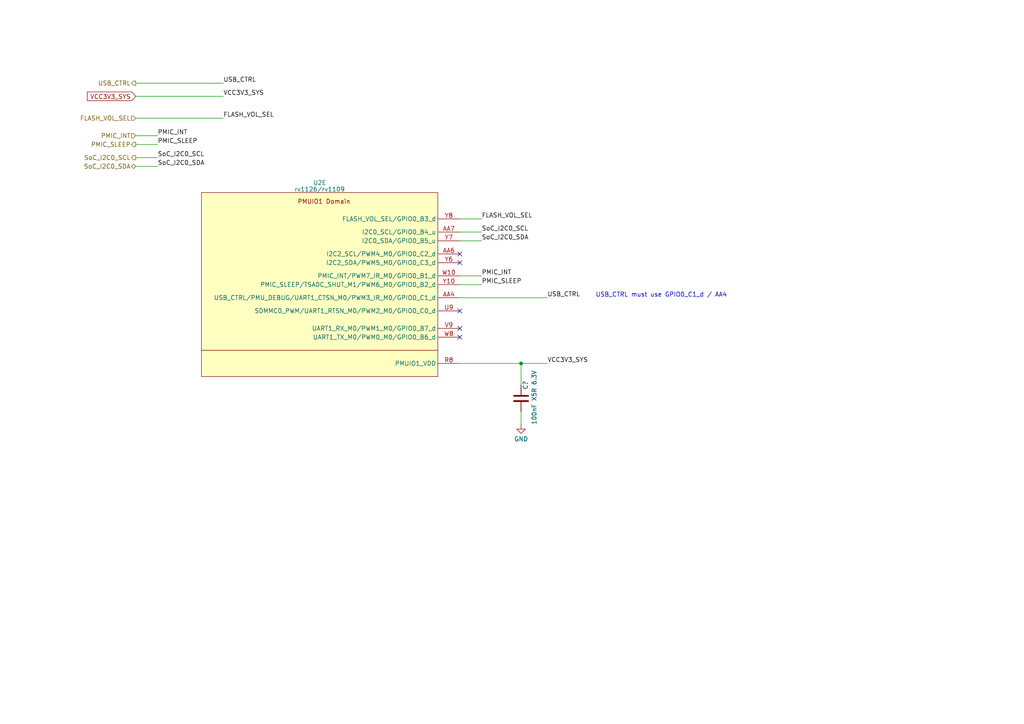
<source format=kicad_sch>
(kicad_sch (version 20231120) (generator "eeschema") (generator_version "7.99")
  (paper "A4")
  (title_block (title "Leaf RV1126") (date "2023-06-07") (company "Yang Hongbo") (comment 1 "License: CC BY-SA"))
  (lib_symbols
    (symbol "Device:C" (pin_numbers hide) (pin_names (offset 0.254))
      (property "Reference" "C" (at 0.635 2.54 0))
      (property "Value" "C" (at 0.635 -2.54 0))
      (symbol "C_1_1"
        (pin passive line (at 0 3.81 270) (length 2.794) (name "~") (number "1"))
        (pin passive line (at 0 -3.81 90) (length 2.794) (name "~") (number "2"))
      )
    )
    (symbol "IotPi_CPU_Rockchip:rv1126_rv1109"
      (property "Reference" "U" (at -10.16 33.02 0))
      (property "Value" "rv1126/rv1109" (at 3.81 33.02 0))
      (symbol "rv1126_rv1109_1_1"
        (text "ARM/LOGIC/VEPU/NPU Power" (at -1.27 29.21 0) (effects (font (size 1.27 1.27))))
        (text "Supply for VCCIO1~7 Power" (at -3.81 -29.21 0) (effects (font (size 1.27 1.27))))
        (pin power_in line (at 22.86 -11.43 180) (length 6.35) (name "NPU_VDD_1") (number "H11"))
        (pin power_in line (at 22.86 -13.97 180) (length 6.35) (name "NPU_VDD_2") (number "H12"))
        (pin power_in line (at 22.86 13.97 180) (length 6.35) (name "LOGIC_VDD_2") (number "H13"))
        (pin power_in line (at 22.86 -33.02 180) (length 6.35) (name "VCCIO_VDD_1V8") (number "H14"))
        (pin power_in line (at 22.86 16.51 180) (length 6.35) (name "LOGIC_VDD_1") (number "H9"))
        (pin power_in line (at 22.86 -16.51 180) (length 6.35) (name "NPU_VDD_3") (number "J10"))
        (pin power_in line (at 22.86 -19.05 180) (length 6.35) (name "NPU_VDD_4") (number "J11"))
        (pin power_in line (at 22.86 8.89 180) (length 6.35) (name "LOGIC_VDD_4") (number "J13"))
        (pin power_in line (at 22.86 11.43 180) (length 6.35) (name "LOGIC_VDD_3") (number "J9"))
        (pin power_in line (at 22.86 -21.59 180) (length 6.35) (name "NPU_VDD_5") (number "K10"))
        (pin power_in line (at 22.86 -24.13 180) (length 6.35) (name "NPU_VDD_6") (number "K11"))
        (pin power_in line (at 22.86 6.35 180) (length 6.35) (name "LOGIC_VDD_5") (number "L10"))
        (pin power_in line (at 22.86 0 180) (length 6.35) (name "VEPU_VDD_1") (number "L9"))
        (pin power_in line (at 22.86 3.81 180) (length 6.35) (name "LOGIC_VDD_6") (number "M11"))
        (pin power_in line (at 22.86 -2.54 180) (length 6.35) (name "VEPU_VDD_2") (number "M9"))
        (pin power_in line (at 22.86 25.4 180) (length 6.35) (name "ARM_VDD_1") (number "N12"))
        (pin power_in line (at 22.86 -5.08 180) (length 6.35) (name "VEPU_VDD_3") (number "N8"))
        (pin power_in line (at 22.86 -7.62 180) (length 6.35) (name "VEPU_VDD_4") (number "N9"))
        (pin power_in line (at 22.86 22.86 180) (length 6.35) (name "ARM_VDD_2") (number "P12"))
        (pin power_in line (at 22.86 20.32 180) (length 6.35) (name "ARM_VDD_3") (number "P13"))
      )
      (symbol "rv1126_rv1109_2_1"
        (text "VSS/AVSS" (at 0 24.13 0) (effects (font (size 1.27 1.27))))
        (pin power_in line (at -25.4 27.94 0) (length 6.35) (name "VSS_1") (number "A1"))
        (pin power_in line (at 25.4 -97.79 180) (length 6.35) (name "AVSS_1") (number "A21"))
        (pin power_in line (at 25.4 -88.9 180) (length 6.35) (name "VSS_95") (number "AA1"))
        (pin power_in line (at 25.4 -91.44 180) (length 6.35) (name "VSS_96") (number "AA10"))
        (pin power_in line (at 25.4 -93.98 180) (length 6.35) (name "VSS_97") (number "AA21"))
        (pin power_in line (at -25.4 25.4 0) (length 6.35) (name "VSS_2") (number "B12"))
        (pin power_in line (at -25.4 15.24 0) (length 6.35) (name "VSS_6") (number "C10"))
        (pin power_in line (at -25.4 12.7 0) (length 6.35) (name "VSS_7") (number "C12"))
        (pin power_in line (at -25.4 22.86 0) (length 6.35) (name "VSS_3") (number "C3"))
        (pin power_in line (at -25.4 20.32 0) (length 6.35) (name "VSS_4") (number "C5"))
        (pin power_in line (at -25.4 17.78 0) (length 6.35) (name "VSS_5") (number "C7"))
        (pin power_in line (at -25.4 7.62 0) (length 6.35) (name "VSS_9") (number "D12"))
        (pin power_in line (at 25.4 -100.33 180) (length 6.35) (name "AVSS_2") (number "D18"))
        (pin power_in line (at -25.4 10.16 0) (length 6.35) (name "VSS_8") (number "D9"))
        (pin power_in line (at -25.4 -6.35 0) (length 6.35) (name "VSS_14") (number "E10"))
        (pin power_in line (at -25.4 -8.89 0) (length 6.35) (name "VSS_15") (number "E11"))
        (pin power_in line (at -25.4 -11.43 0) (length 6.35) (name "VSS_16") (number "E12"))
        (pin power_in line (at -25.4 5.08 0) (length 6.35) (name "VSS_10") (number "E4"))
        (pin power_in line (at -25.4 1.27 0) (length 6.35) (name "VSS_11") (number "E6"))
        (pin power_in line (at -25.4 -1.27 0) (length 6.35) (name "VSS_12") (number "E8"))
        (pin power_in line (at -25.4 -3.81 0) (length 6.35) (name "VSS_13") (number "E9"))
        (pin power_in line (at -25.4 -27.94 0) (length 6.35) (name "VSS_22") (number "F10"))
        (pin power_in line (at -25.4 -30.48 0) (length 6.35) (name "VSS_23") (number "F11"))
        (pin power_in line (at -25.4 -33.02 0) (length 6.35) (name "VSS_24") (number "F12"))
        (pin power_in line (at -25.4 -35.56 0) (length 6.35) (name "VSS_25") (number "F13"))
        (pin power_in line (at 25.4 -102.87 180) (length 6.35) (name "AVSS_3") (number "F14"))
        (pin power_in line (at 25.4 -105.41 180) (length 6.35) (name "AVSS_4") (number "F15"))
        (pin power_in line (at -25.4 -13.97 0) (length 6.35) (name "VSS_17") (number "F3"))
        (pin power_in line (at -25.4 -16.51 0) (length 6.35) (name "VSS_18") (number "F5"))
        (pin power_in line (at -25.4 -19.05 0) (length 6.35) (name "VSS_19") (number "F7"))
        (pin power_in line (at -25.4 -21.59 0) (length 6.35) (name "VSS_20") (number "F8"))
        (pin power_in line (at -25.4 -25.4 0) (length 6.35) (name "VSS_21") (number "F9"))
        (pin power_in line (at -25.4 -45.72 0) (length 6.35) (name "VSS_29") (number "G10"))
        (pin power_in line (at -25.4 -48.26 0) (length 6.35) (name "VSS_30") (number "G11"))
        (pin power_in line (at -25.4 -52.07 0) (length 6.35) (name "VSS_31") (number "G12"))
        (pin power_in line (at -25.4 -54.61 0) (length 6.35) (name "VSS_32") (number "G13"))
        (pin power_in line (at 25.4 -107.95 180) (length 6.35) (name "AVSS_5") (number "G16"))
        (pin power_in line (at 25.4 -110.49 180) (length 6.35) (name "AVSS_6") (number "G17"))
        (pin power_in line (at -25.4 -38.1 0) (length 6.35) (name "VSS_26") (number "G2"))
        (pin power_in line (at -25.4 -40.64 0) (length 6.35) (name "VSS_27") (number "G5"))
        (pin power_in line (at -25.4 -43.18 0) (length 6.35) (name "VSS_28") (number "G6"))
        (pin power_in line (at -25.4 -67.31 0) (length 6.35) (name "VSS_37") (number "H10"))
        (pin power_in line (at -25.4 -69.85 0) (length 6.35) (name "VSS_38") (number "H15"))
        (pin power_in line (at -25.4 -57.15 0) (length 6.35) (name "VSS_33") (number "H4"))
        (pin power_in line (at -25.4 -59.69 0) (length 6.35) (name "VSS_34") (number "H5"))
        (pin power_in line (at -25.4 -62.23 0) (length 6.35) (name "VSS_35") (number "H6"))
        (pin power_in line (at -25.4 -64.77 0) (length 6.35) (name "VSS_36") (number "H7"))
        (pin power_in line (at -25.4 -78.74 0) (length 6.35) (name "VSS_41") (number "J12"))
        (pin power_in line (at -25.4 -81.28 0) (length 6.35) (name "VSS_42") (number "J14"))
        (pin power_in line (at -25.4 -83.82 0) (length 6.35) (name "VSS_43") (number "J16"))
        (pin power_in line (at -25.4 -72.39 0) (length 6.35) (name "VSS_39") (number "J5"))
        (pin power_in line (at -25.4 -74.93 0) (length 6.35) (name "VSS_40") (number "J6"))
        (pin power_in line (at -25.4 -96.52 0) (length 6.35) (name "VSS_48") (number "K12"))
        (pin power_in line (at -25.4 -99.06 0) (length 6.35) (name "VSS_49") (number "K13"))
        (pin power_in line (at -25.4 -101.6 0) (length 6.35) (name "VSS_50") (number "K14"))
        (pin power_in line (at -25.4 -86.36 0) (length 6.35) (name "VSS_44") (number "K5"))
        (pin power_in line (at -25.4 -88.9 0) (length 6.35) (name "VSS_45") (number "K6"))
        (pin power_in line (at -25.4 -91.44 0) (length 6.35) (name "VSS_46") (number "K8"))
        (pin power_in line (at -25.4 -93.98 0) (length 6.35) (name "VSS_47") (number "K9"))
        (pin power_in line (at 25.4 20.32 180) (length 6.35) (name "VSS_54") (number "L11"))
        (pin power_in line (at 25.4 17.78 180) (length 6.35) (name "VSS_55") (number "L12"))
        (pin power_in line (at 25.4 15.24 180) (length 6.35) (name "VSS_56") (number "L13"))
        (pin power_in line (at 25.4 12.7 180) (length 6.35) (name "VSS_57") (number "L14"))
        (pin power_in line (at 25.4 10.16 180) (length 6.35) (name "VSS_58") (number "L16"))
        (pin power_in line (at 25.4 27.94 180) (length 6.35) (name "VSS_51") (number "L2"))
        (pin power_in line (at 25.4 25.4 180) (length 6.35) (name "VSS_52") (number "L5"))
        (pin power_in line (at 25.4 22.86 180) (length 6.35) (name "VSS_53") (number "L6"))
        (pin power_in line (at 25.4 -3.81 180) (length 6.35) (name "VSS_63") (number "M10"))
        (pin power_in line (at 25.4 -6.35 180) (length 6.35) (name "VSS_64") (number "M12"))
        (pin power_in line (at 25.4 -8.89 180) (length 6.35) (name "VSS_65") (number "M13"))
        (pin power_in line (at 25.4 -11.43 180) (length 6.35) (name "VSS_66") (number "M14"))
        (pin power_in line (at 25.4 -13.97 180) (length 6.35) (name "VSS_67") (number "M16"))
        (pin power_in line (at 25.4 7.62 180) (length 6.35) (name "VSS_59") (number "M3"))
        (pin power_in line (at 25.4 5.08 180) (length 6.35) (name "VSS_60") (number "M5"))
        (pin power_in line (at 25.4 1.27 180) (length 6.35) (name "VSS_61") (number "M7"))
        (pin power_in line (at 25.4 -1.27 180) (length 6.35) (name "VSS_62") (number "M8"))
        (pin power_in line (at 25.4 -25.4 180) (length 6.35) (name "VSS_71") (number "N10"))
        (pin power_in line (at 25.4 -27.94 180) (length 6.35) (name "VSS_72") (number "N11"))
        (pin power_in line (at 25.4 -30.48 180) (length 6.35) (name "VSS_73") (number "N13"))
        (pin power_in line (at 25.4 -33.02 180) (length 6.35) (name "VSS_74") (number "N14"))
        (pin power_in line (at 25.4 -35.56 180) (length 6.35) (name "VSS_75") (number "N16"))
        (pin power_in line (at 25.4 -16.51 180) (length 6.35) (name "VSS_68") (number "N5"))
        (pin power_in line (at 25.4 -19.05 180) (length 6.35) (name "VSS_69") (number "N6"))
        (pin power_in line (at 25.4 -21.59 180) (length 6.35) (name "VSS_70") (number "N7"))
        (pin power_in line (at 25.4 -48.26 180) (length 6.35) (name "VSS_80") (number "P14"))
        (pin power_in line (at 25.4 -50.8 180) (length 6.35) (name "VSS_81") (number "P16"))
        (pin power_in line (at 25.4 -38.1 180) (length 6.35) (name "VSS_76") (number "P5"))
        (pin power_in line (at 25.4 -40.64 180) (length 6.35) (name "VSS_77") (number "P7"))
        (pin power_in line (at 25.4 -43.18 180) (length 6.35) (name "VSS_78") (number "P8"))
        (pin power_in line (at 25.4 -45.72 180) (length 6.35) (name "VSS_79") (number "P9"))
        (pin power_in line (at 25.4 -54.61 180) (length 6.35) (name "VSS_82") (number "R1"))
        (pin power_in line (at 25.4 -59.69 180) (length 6.35) (name "VSS_84") (number "R12"))
        (pin power_in line (at 25.4 -62.23 180) (length 6.35) (name "VSS_85") (number "R13"))
        (pin power_in line (at 25.4 -64.77 180) (length 6.35) (name "VSS_86") (number "R14"))
        (pin power_in line (at 25.4 -57.15 180) (length 6.35) (name "VSS_83") (number "R5"))
        (pin power_in line (at 25.4 -72.39 180) (length 6.35) (name "VSS_89") (number "T10"))
        (pin power_in line (at 25.4 -74.93 180) (length 6.35) (name "VSS_90") (number "T14"))
        (pin power_in line (at 25.4 -77.47 180) (length 6.35) (name "VSS_91") (number "T17"))
        (pin power_in line (at 25.4 -67.31 180) (length 6.35) (name "VSS_87") (number "T6"))
        (pin power_in line (at 25.4 -69.85 180) (length 6.35) (name "VSS_88") (number "T9"))
        (pin power_in line (at 25.4 -81.28 180) (length 6.35) (name "VSS_92") (number "V17"))
        (pin power_in line (at 25.4 -86.36 180) (length 6.35) (name "VSS_94") (number "W14"))
        (pin power_in line (at 25.4 -83.82 180) (length 6.35) (name "VSS_93") (number "W9"))
      )
      (symbol "rv1126_rv1109_3_1"
        (text "MISC" (at -13.97 2.54 0) (effects (font (size 1.27 1.27)) (justify left)))
        (text "OSC/PLL" (at -13.97 26.67 0) (effects (font (size 1.27 1.27)) (justify left)))
        (text "PMUIO" (at -13.97 11.43 0) (effects (font (size 1.27 1.27)) (justify left)))
        (pin output line (at 21.59 22.86 180) (length 6.35) (name "XIN24M") (number "AA9"))
        (pin power_in line (at 21.59 10.16 180) (length 6.35) (name "PMUIO_VDD_0V8") (number "P10"))
        (pin power_in line (at 21.59 19.05 180) (length 6.35) (name "PLL_AVDD_0V8") (number "P11"))
        (pin power_in line (at 21.59 7.62 180) (length 6.35) (name "PMUIO_VDD_1V8") (number "R10"))
        (pin power_in line (at 21.59 16.51 180) (length 6.35) (name "PLL_AVDD_1V8") (number "R11"))
        (pin power_in line (at 21.59 1.27 180) (length 6.35) (name "TVSS") (number "T8"))
        (pin input line (at 21.59 -2.54 180) (length 6.35) (name "nPOR_u") (number "W7"))
        (pin output line (at 21.59 25.4 180) (length 6.35) (name "XOUT24M") (number "Y9"))
      )
      (symbol "rv1126_rv1109_4_1"
        (text "PMUIO0 Domain" (at 1.27 19.05 0) (effects (font (size 1.27 1.27))))
        (pin bidirectional line (at 33.02 -1.27 180) (length 6.35) (name "SPI0_CS0n_M0/GPIO0_A5_u") (number "AA2"))
        (pin bidirectional line (at 33.02 15.24 180) (length 6.35) (name "CLKI_CLKO_32K/GPIO0_A2_z") (number "AA3"))
        (pin power_in line (at 33.02 -21.59 180) (length 6.35) (name "PMUIO0_VDD") (number "R9"))
        (pin bidirectional line (at 33.02 7.62 180) (length 6.35) (name "SDMMC0_DET/GPIO0_A3_u") (number "U7"))
        (pin bidirectional line (at 33.02 -8.89 180) (length 6.35) (name "SPI0_MOSI_M0/GPIO0_A6_d") (number "V6"))
        (pin bidirectional line (at 33.02 -3.81 180) (length 6.35) (name "SPI0_CS1n_M0/GPIO0_A4_u") (number "V7"))
        (pin bidirectional line (at 33.02 -6.35 180) (length 6.35) (name "SPI0_MISO_M0/GPIO0_A7_d") (number "W5"))
        (pin bidirectional line (at 33.02 12.7 180) (length 6.35) (name "CLK_REF/GPIO0_A0_d") (number "W6"))
        (pin bidirectional line (at 33.02 1.27 180) (length 6.35) (name "SPI0_CLK_M0/GPIO0_B0_d") (number "Y4"))
        (pin bidirectional line (at 33.02 -13.97 180) (length 6.35) (name "TSADC_SHUT_M0/TSADC_SHUTORG/GPIO0_A1_z") (number "Y5"))
      )
      (symbol "rv1126_rv1109_5_1"
        (text "PMUIO1 Domain" (at 0 22.86 0) (effects (font (size 1.27 1.27))))
        (pin bidirectional line (at 39.37 -5.08 180) (length 6.35) (name "USB_CTRL/PMU_DEBUG/UART1_CTSN_M0/PWM3_IR_M0/GPIO0_C1_d") (number "AA4"))
        (pin bidirectional line (at 39.37 7.62 180) (length 6.35) (name "I2C2_SCL/PWM4_M0/GPIO0_C2_d") (number "AA6"))
        (pin bidirectional line (at 39.37 13.97 180) (length 6.35) (name "I2C0_SCL/GPIO0_B4_u") (number "AA7"))
        (pin power_in line (at 39.37 -24.13 180) (length 6.35) (name "PMUIO1_VDD") (number "R8"))
        (pin bidirectional line (at 39.37 -8.89 180) (length 6.35) (name "SDMMC0_PWM/UART1_RTSN_M0/PWM2_M0/GPIO0_C0_d") (number "U9"))
        (pin bidirectional line (at 39.37 -13.97 180) (length 6.35) (name "UART1_RX_M0/PWM1_M0/GPIO0_B7_d") (number "V9"))
        (pin bidirectional line (at 39.37 1.27 180) (length 6.35) (name "PMIC_INT/PWM7_IR_M0/GPIO0_B1_d") (number "W10"))
        (pin bidirectional line (at 39.37 -16.51 180) (length 6.35) (name "UART1_TX_M0/PWM0_M0/GPIO0_B6_d") (number "W8"))
        (pin bidirectional line (at 39.37 -1.27 180) (length 6.35) (name "PMIC_SLEEP/TSADC_SHUT_M1/PWM6_M0/GPIO0_B2_d") (number "Y10"))
        (pin bidirectional line (at 39.37 5.08 180) (length 6.35) (name "I2C2_SDA/PWM5_M0/GPIO0_C3_d") (number "Y6"))
        (pin bidirectional line (at 39.37 11.43 180) (length 6.35) (name "I2C0_SDA/GPIO0_B5_u") (number "Y7"))
        (pin bidirectional line (at 39.37 17.78 180) (length 6.35) (name "FLASH_VOL_SEL/GPIO0_B3_d") (number "Y8"))
      )
      (symbol "rv1126_rv1109_6_1"
        (text "VCCIO1 Domain" (at -1.27 21.59 0) (effects (font (size 1.27 1.27))))
        (pin power_in line (at 33.02 -27.94 180) (length 6.35) (name "VCCIO1_VDD") (number "P6"))
        (pin bidirectional line (at 33.02 -12.7 180) (length 6.35) (name "FLASH_RDYn/FSPI_D1/I2S1_SCLK_M0/GPIO1_A1_u") (number "R2"))
        (pin bidirectional line (at 33.02 -7.62 180) (length 6.35) (name "FLASH_WPn/EMMC_RSTn/FSPI_CLK/GPIO1_A3_d") (number "R3"))
        (pin bidirectional line (at 33.02 -17.78 180) (length 6.35) (name "FLASH_RDn/FSPI_D3/I2S1_SDI_M0/GPIO1_A2_u") (number "R4"))
        (pin bidirectional line (at 33.02 -5.08 180) (length 6.35) (name "FLASH_CLE/EMMC_CLKO/GPIO0_D7_d") (number "T1"))
        (pin bidirectional line (at 33.02 -10.16 180) (length 6.35) (name "FLASH_ALE/FSPI_D0/I2S1_LRCK_M0/GPIO1_A0_d") (number "T2"))
        (pin bidirectional line (at 33.02 -15.24 180) (length 6.35) (name "FSPI_D2/I2S1_SDO_M0/GPIO0_D6_d") (number "T3"))
        (pin bidirectional line (at 33.02 -2.54 180) (length 6.35) (name "FLASH_WRn/EMMC_CMD/GPIO0_D5_u") (number "T4"))
        (pin bidirectional line (at 33.02 -20.32 180) (length 6.35) (name "FLASH_CS0n/FSPI_CS0n/I2S1_MCLK_M0/GPIO0_D4_u") (number "U2"))
        (pin bidirectional line (at 33.02 0 180) (length 6.35) (name "FLASH_D7/EMMC_D7/GPIO0_D3_u") (number "U3"))
        (pin bidirectional line (at 33.02 2.54 180) (length 6.35) (name "FLASH_D6/EMMC_D6/GPIO0_D2_u") (number "U4"))
        (pin bidirectional line (at 33.02 5.08 180) (length 6.35) (name "FLASH_D5/EMMC_D5/FSPI_CS1n/GPIO0_D1_u") (number "V1"))
        (pin bidirectional line (at 33.02 7.62 180) (length 6.35) (name "FLASH_D4/EMMC_D4/GPIO0_D0_u") (number "V2"))
        (pin bidirectional line (at 33.02 10.16 180) (length 6.35) (name "FLASH_D3/EMMC_D3/GPIO0_C7_u") (number "V3"))
        (pin bidirectional line (at 33.02 12.7 180) (length 6.35) (name "FLASH_D2/EMMC_D2/GPIO0_C6_u") (number "V4"))
        (pin bidirectional line (at 33.02 15.24 180) (length 6.35) (name "FLASH_D1/EMMC_D1/GPIO0_C5_u") (number "W1"))
        (pin bidirectional line (at 33.02 17.78 180) (length 6.35) (name "FLASH_D0/EMMC_D0/GPIO0_C4_u") (number "W2"))
      )
      (symbol "rv1126_rv1109_7_1"
        (text "VCCIO2 Domain" (at 0 21.59 0) (effects (font (size 1.27 1.27))))
        (pin bidirectional line (at 44.45 17.78 180) (length 6.35) (name "SDMMC0_CLK/UART3_RTSN_M1/RISC-V_JTAG_TDO/GPIO1_B0_u") (number "AA13"))
        (pin power_in line (at 44.45 -3.81 180) (length 6.35) (name "VCCIO2_VDD") (number "T13"))
        (pin bidirectional line (at 44.45 5.08 180) (length 6.35) (name "SDMMC0_D3/UART3_TX_M1/A7_JTAG_TMS_M0/RISC-V_JTAG_TMS/GPIO1_A7_u") (number "U13"))
        (pin bidirectional line (at 44.45 7.62 180) (length 6.35) (name "SDMMC0_D2/UART3_RX_M1/A7_JTAG_TCK_M0/RISC-V_JTAG_TCK/GPIO1_A6_u") (number "V13"))
        (pin bidirectional line (at 44.45 10.16 180) (length 6.35) (name "SDMMC0_D1/TEST_CLK0_OUT/UART2_TX_M0/RISC-V_JTAG_TRSTn/GPIO1_A5_u") (number "W13"))
        (pin bidirectional line (at 44.45 15.24 180) (length 6.35) (name "SDMMC0_CMD/UART3_CTSN_M1/RISC-V_JTAG_TDI/GPIO1_B1_u") (number "Y13"))
        (pin bidirectional line (at 44.45 12.7 180) (length 6.35) (name "SDMMC0_D0/TEST_CLK1_OUT/UART2_RX_M0/GPIO1_A4_u") (number "Y14"))
      )
      (symbol "rv1126_rv1109_8_1"
        (text "VCCIO3 Domain" (at 2.54 13.97 0) (effects (font (size 1.27 1.27))))
        (pin bidirectional line (at 46.99 -19.05 180) (length 6.35) (name "SDIO_PWR/I2C5_SDA_M2/UART1_RX_M1/GPIO1_D1_d") (number "A13"))
        (pin bidirectional line (at 46.99 -21.59 180) (length 6.35) (name "UART0_CTSn/GPIO1_C1_u") (number "A15"))
        (pin bidirectional line (at 46.99 -6.35 180) (length 6.35) (name "SDIO_CMD/GPIO1_B3_u") (number "A16"))
        (pin bidirectional line (at 46.99 6.35 180) (length 6.35) (name "I2S2_MCLK_M0/SDIO_DET/SPI1_CS1n_M1/I2C5_SCL_M2/UART1_TX_M1/GPIO1_D0_d") (number "B13"))
        (pin bidirectional line (at 46.99 -1.27 180) (length 6.35) (name "I2S2_SDO_M0/SPI1_MOSI_M1/FLASH_TRIG_OUT/GPIO1_C4_d") (number "B14"))
        (pin bidirectional line (at 46.99 -24.13 180) (length 6.35) (name "UART0_RTSn/GPIO1_C0_u") (number "B15"))
        (pin bidirectional line (at 46.99 -8.89 180) (length 6.35) (name "SDIO_D0/GPIO1_B4_u") (number "B16"))
        (pin bidirectional line (at 46.99 8.89 180) (length 6.35) (name "I2S2_LRCK_M0/SPI1_CS0n_M1/UART1_CTSn_M1/GPIO1_C7_d") (number "C13"))
        (pin bidirectional line (at 46.99 -29.21 180) (length 6.35) (name "UART0_TX/GPIO1_C3_u") (number "C14"))
        (pin bidirectional line (at 46.99 -16.51 180) (length 6.35) (name "SDIO_D3/GPIO1_B7_u") (number "C15"))
        (pin bidirectional line (at 46.99 -11.43 180) (length 6.35) (name "SDIO_D1/GPIO1_B5_u") (number "C16"))
        (pin bidirectional line (at 46.99 3.81 180) (length 6.35) (name "I2S2_SCLK_M0/SPI1_CLK_M1/PRELIGHT_TRIG_OUT/UART1_RTSn_M1/_GPIO1_C6_d") (number "D13"))
        (pin bidirectional line (at 46.99 -26.67 180) (length 6.35) (name "UART0_RX/GPIO1_C2_u") (number "D14"))
        (pin bidirectional line (at 46.99 -13.97 180) (length 6.35) (name "SDIO_D2/GPIO1_B6_u") (number "D15"))
        (pin bidirectional line (at 46.99 -3.81 180) (length 6.35) (name "SDIO_CLK/GPIO1_B2_d") (number "D16"))
        (pin bidirectional line (at 46.99 1.27 180) (length 6.35) (name "I2S2_SDI_M0/SPI1_MISO_M1/FLASH_TRIG_IN/GPIO1_C5_d") (number "E13"))
        (pin power_in line (at 46.99 -35.56 180) (length 6.35) (name "VCCIO3_VDD") (number "E14"))
      )
      (symbol "rv1126_rv1109_9_1"
        (text "VCCIO4 Domain" (at 1.27 21.59 0) (effects (font (size 1.27 1.27))))
        (pin power_in line (at 36.83 -12.7 180) (length 6.35) (name "VCCIO4_VDD") (number "P15"))
        (pin bidirectional line (at 36.83 -1.27 180) (length 6.35) (name "SPI0_MISO_M1/I2S1_LRCK_M1/I2C3_SDA_M2/GPIO1_D7_d") (number "U18"))
        (pin bidirectional line (at 36.83 3.81 180) (length 6.35) (name "SPI0_CS0n_M1/I2S1_SDI_M1/UART5_TX_M2/GPIO2_A0_d") (number "U19"))
        (pin bidirectional line (at 36.83 6.35 180) (length 6.35) (name "SPI0_CLK_M1/I2S1_SDO_M1/UART5_RX_M2/GPIO2_A1_d") (number "U20"))
        (pin bidirectional line (at 36.83 -3.81 180) (length 6.35) (name "SPI0_MOSI_M1/I2S1_SCLK_M1/I2C3_SCL_M2/GPIO1_D6_d") (number "V19"))
        (pin bidirectional line (at 36.83 1.27 180) (length 6.35) (name "SPI0_CS1n_M1/I2S1_MCLK_M1/UART4_TX_M2/GPIO1_D5_d") (number "V20"))
        (pin bidirectional line (at 36.83 11.43 180) (length 6.35) (name "MIPI_CSI_CLK0/UART5_CTSN_M2/GPIO2_A3_d") (number "V21"))
        (pin bidirectional line (at 36.83 13.97 180) (length 6.35) (name "I2C1_SDA/UART4_RTSN_M2/GPIO1_D2_u") (number "W19"))
        (pin bidirectional line (at 36.83 -6.35 180) (length 6.35) (name "UART4_RX_M2/GPIO1_D4_d") (number "W20"))
        (pin bidirectional line (at 36.83 8.89 180) (length 6.35) (name "MIPI_CSI_CLK1/UART5_RTSN_M2/GPIO2_A2_d") (number "W21"))
        (pin bidirectional line (at 36.83 16.51 180) (length 6.35) (name "I2C1_SCL/UART4_CTSN_M2/GPIO1_D3_u") (number "Y21"))
      )
      (symbol "rv1126_rv1109_10_1"
        (text "VCCIO5 Domain" (at 1.27 26.67 0) (effects (font (size 1.27 1.27))))
        (pin bidirectional line (at 60.96 -55.88 180) (length 6.35) (name "LCDC_VSYNC/UART3_RTSN_M2/PWM9_M1/SPI1_MOSI_M2/GPIO2_D6_d") (number "C21"))
        (pin bidirectional line (at 60.96 -48.26 180) (length 6.35) (name "LCDC_CLK/UART3_CTSN_M2/PWM8_M1/SPI1_MISO_M2/GPIO2_D7_d") (number "D21"))
        (pin bidirectional line (at 60.96 19.05 180) (length 6.35) (name "CAN_TXD_M0/UART3_RX_M2/PWM11_IR_M1/I2C4_SDA_M0/GPIO3_A1_u") (number "E19"))
        (pin bidirectional line (at 60.96 21.59 180) (length 6.35) (name "CAN_RXD_M0/UART3_TX_M2/PWM7_IR_M1/SPI1_CS1n_M2/I2C4_SCL_M0/GPIO3_A0_u") (number "E20"))
        (pin bidirectional line (at 60.96 -43.18 180) (length 6.35) (name "LCDC_D23/RGMII_RXCLK_M1/CIF_HSYNC_M1/I2S1_SDI_M2/GPIO2_D3_d") (number "F19"))
        (pin bidirectional line (at 60.96 -40.64 180) (length 6.35) (name "LCDC_D22/RGMII_TXCLK_M1/CIF_CLKIN_M1/I2S1_LRCK_M2/GPIO2_D2_d") (number "F20"))
        (pin bidirectional line (at 60.96 -38.1 180) (length 6.35) (name "LCDC_D21/RGMII_TXD2_M1/CIF_CLKOUT_M1/I2S1_SCLK_M2/GPIO2_D1_d") (number "F21"))
        (pin bidirectional line (at 60.96 -63.5 180) (length 6.35) (name "UART2_TX_M1/A7_JTAG_TCK_M1/GPIO3_A2_u") (number "G18"))
        (pin bidirectional line (at 60.96 -33.02 180) (length 6.35) (name "LCDC_D19/RGMII_RXD2_M1/CIF_D15_M1/I2S1_MCLK_M2/GPIO2_C7_d") (number "G19"))
        (pin bidirectional line (at 60.96 -30.48 180) (length 6.35) (name "LCDC_D18/RGMII_TXEN_M1/CIF_D14_M1/GPIO2_C6_d") (number "G20"))
        (pin bidirectional line (at 60.96 -27.94 180) (length 6.35) (name "LCDC_D17/CLK_OUT_ETHERNET_M1/CIF_D13_M1/GPIO2_C5_d") (number "G21"))
        (pin bidirectional line (at 60.96 -60.96 180) (length 6.35) (name "UART2_RX_M1/A7_JTAG_TMS_M1/GPIO3_A3_u") (number "H16"))
        (pin bidirectional line (at 60.96 -53.34 180) (length 6.35) (name "LCDC_HSYNC/PWM10_M1/_SPI1_CLK_M2/I2C3_SDA_M1/GPIO2_D5_d") (number "H17"))
        (pin bidirectional line (at 60.96 -35.56 180) (length 6.35) (name "LCDC_D20/RGMII_RXD3_M1/CIF_VSYNC_M1/I2S1_SDO_M2/GPIO2_D0_d") (number "H18"))
        (pin bidirectional line (at 60.96 -25.4 180) (length 6.35) (name "LCDC_D16/RGMII_TXD1_M1/CIF_D12_M1/GPIO2_C4_d") (number "H19"))
        (pin bidirectional line (at 60.96 -22.86 180) (length 6.35) (name "LCDC_D15/RGMII_TXD0_M1/CIF_D11_M1/GPIO2_C3_d") (number "H20"))
        (pin power_in line (at 60.96 -69.85 180) (length 6.35) (name "VCCIO5_VDD1") (number "J15"))
        (pin bidirectional line (at 60.96 -50.8 180) (length 6.35) (name "LCDC_DEN/PWM6_M1/SPI1_CS0n_M2/I2C3_SCL_M1/GPIO2_D4_d") (number "J17"))
        (pin bidirectional line (at 60.96 15.24 180) (length 6.35) (name "LCDC_D0/RGMII_TXD3_M1/CIF_D0_M1/UART4_RTSN_M1/GPIO2_A4_d") (number "J18"))
        (pin bidirectional line (at 60.96 -15.24 180) (length 6.35) (name "LCDC_D12/RGMII_RXER_M1/CIF_D8_M1/GPIO2_C0_d") (number "J19"))
        (pin bidirectional line (at 60.96 -20.32 180) (length 6.35) (name "LCDC_D14/RGMII_MDC_M1/CIF_D10_M1/GPIO2_C2_d") (number "J20"))
        (pin bidirectional line (at 60.96 -17.78 180) (length 6.35) (name "LCDC_D13/RGMII_MDIO_M1/CIF_D9_M1/GPIO2_C1_d") (number "J21"))
        (pin power_in line (at 60.96 -78.74 180) (length 6.35) (name "VCCIO5_VDD2") (number "K15"))
        (pin bidirectional line (at 60.96 0 180) (length 6.35) (name "LCDC_D6/I2S2_LRCK_M1/UART5_RTSN_M1/PWM1_M1/SPI0_CLK_M2/GPIO2_B2_d") (number "K16"))
        (pin bidirectional line (at 60.96 -2.54 180) (length 6.35) (name "LCDC_D7/I2S2_MCLK_M1/CIF_D3_M1/UART5_CTSN_M1/SPI0_CS1n_M2/PWM0_M1/I2C5_SDA_M0/_GPIO2_B3_d") (number "K17"))
        (pin bidirectional line (at 60.96 -5.08 180) (length 6.35) (name "LCDC_D8/RGMII_RXDV_M1/CIF_D4_M1/GPIO2_B4_d") (number "K18"))
        (pin bidirectional line (at 60.96 -7.62 180) (length 6.35) (name "LCDC_D9/RGMII_RXD0_M1/CIF_D5_M1/GPIO2_B5_d") (number "K19"))
        (pin bidirectional line (at 60.96 -10.16 180) (length 6.35) (name "LCDC_D10/RGMII_RXD1_M1/CIF_D6_M1/GPIO2_B6_d") (number "K20"))
        (pin bidirectional line (at 60.96 -12.7 180) (length 6.35) (name "LCDC_D11/RGMII_CLK_M1/CIF_D7_M1/GPIO2_B7_d") (number "K21"))
        (pin bidirectional line (at 60.96 12.7 180) (length 6.35) (name "LCDC_D1/RGMII_CRS_M1/CIF_D1_M1/UART4_CTSN_M1/I2C5_SCL_M0/GPIO2_A5_d") (number "L17"))
        (pin bidirectional line (at 60.96 5.08 180) (length 6.35) (name "LCDC_D4/I2S2_SDI_M1/UART5_TX_M1/PWM3_IR_M1/SPI0_MOSI_M2/GPIO2_B0_d") (number "L19"))
        (pin bidirectional line (at 60.96 2.54 180) (length 6.35) (name "LCDC_D5/I2S2_SCLK_M1/UART5_RX_M1/PWM2_M1/SPI0_MISO_M2/GPIO2_B1_d") (number "L20"))
        (pin bidirectional line (at 60.96 7.62 180) (length 6.35) (name "LCDC_D3/I2S2_SDO_M1/UART4_RX_M1/PWM4_M1/SPI0_CS0n_M2/GPIO2_A7_d") (number "M20"))
        (pin bidirectional line (at 60.96 10.16 180) (length 6.35) (name "LCDC_D2/RGMII_COL_M1/CIF_D2_M1/PWM5_M1/_UART4_TX_M1/GPIO2_A6_d") (number "M21"))
      )
      (symbol "rv1126_rv1109_11_1"
        (text "VCCIO6 Domain" (at 1.27 24.13 0) (effects (font (size 1.27 1.27))))
        (pin power_in line (at 54.61 -35.56 180) (length 6.35) (name "VCCIO6_VDD") (number "M15"))
        (pin bidirectional line (at 54.61 5.08 180) (length 6.35) (name "CIF_D13_M0/RGMII_RXDV_M0/PDM_SDI0_M1/GPIO3_C1_d") (number "M17"))
        (pin bidirectional line (at 54.61 2.54 180) (length 6.35) (name "CIF_D14_M0/RGMII_RXER_M0/PDM_SDI1_M1/GPIO3_C2_d") (number "M18"))
        (pin bidirectional line (at 54.61 20.32 180) (length 6.35) (name "CIF_CLKIN_M0/CLK_OUT_ETHERNET_M0/UART3_CTSN_M0/GPIO3_C5_d") (number "M19"))
        (pin bidirectional line (at 54.61 -15.24 180) (length 6.35) (name "CIF_D6_M0/RGMII_TXD3_M0/I2S0_LRCK_RX_M1/UART4_RTSN_M0/GPIO3_B2_d") (number "N17"))
        (pin bidirectional line (at 54.61 -22.86 180) (length 6.35) (name "CIF_D9_M0/RGMII_TXEN_M0/I2S0_SDO3_SDI1_M1/SPI1_CS0n_M0/GPIO3_B5_d") (number "N18"))
        (pin bidirectional line (at 54.61 7.62 180) (length 6.35) (name "CIF_D12_M0/RGMII_CLK_M0/PDM_CLk0_M1/SPI1_CLK_M0/GPIO3_C0_d") (number "N19"))
        (pin bidirectional line (at 54.61 0 180) (length 6.35) (name "CIF_D15_M0/RGMII_MDIO_M0/PDM_CLk1_M1/GPIO3_C3_d") (number "N20"))
        (pin bidirectional line (at 54.61 -27.94 180) (length 6.35) (name "CIF_VSYNC_M0/RGMII_MDC_M0/UART3_RTSN_M0/GPIO3_C4_d") (number "N21"))
        (pin bidirectional line (at 54.61 -5.08 180) (length 6.35) (name "CIF_D2_M0/RGMII_COL_M0/I2S0_SDO0_M1/UART5_TX_M0/CAN_RXD_M1/PWM10_M0/GPIO3_A6_d") (number "P17"))
        (pin bidirectional line (at 54.61 17.78 180) (length 6.35) (name "CIF_CLKOUT_M0/RGMII_TXCLK_M0/UART3_TX_M0/GPIO3_C6_d") (number "P19"))
        (pin bidirectional line (at 54.61 -25.4 180) (length 6.35) (name "CIF_HSYNC_M0/RGMII_RXCLK_M0/UART3_RX_M0/GPIO3_C7_d") (number "P20"))
        (pin bidirectional line (at 54.61 15.24 180) (length 6.35) (name "CIF_D0_M0/I2S0_SCLK_TX_M1/UART4_TX_M0/I2C3_SCL_M0/PWM8_M0/GPIO3_A4_d") (number "R17"))
        (pin bidirectional line (at 54.61 -7.62 180) (length 6.35) (name "CIF_D3_M0/RGMII_RXD2_M0/I2S0_SDI0_M1/UART5_RX_M0/CAN_TXD_M1/PWM11_IR_M0/GPIO3_A7_d") (number "R18"))
        (pin bidirectional line (at 54.61 -17.78 180) (length 6.35) (name "CIF_D7_M0/RGMII_TXD0_M0/I2S0_SDO1_SDI3_M1/UART4_CTSN_M0/GPIO3_B3_d") (number "R19"))
        (pin bidirectional line (at 54.61 12.7 180) (length 6.35) (name "CIF_D10_M0/RGMII_RXD0_M0/PDM_SDI2_M1/SPI1_MOSI_M0/GPIO3_B6_d") (number "R20"))
        (pin bidirectional line (at 54.61 10.16 180) (length 6.35) (name "CIF_D11_M0/RGMII_RXD1_M0/PDM_SDI3_M1/SPI1_MISO_M0/GPIO3_B7_d") (number "R21"))
        (pin bidirectional line (at 54.61 -2.54 180) (length 6.35) (name "CIF_D1_M0/RGMII_CRS_M0/I2S0_LRCK_TX_M1/UART4_RX_M0/I2C3_SDA_M0/PWM9_M0/GPIO3_A5_d") (number "T18"))
        (pin bidirectional line (at 54.61 -10.16 180) (length 6.35) (name "CIF_D4_M0/RGMII_RXD3_M0/I2S0_MCLK_M1/UART5_RTSN_M0/I2C5_SCL_M1/GPIO3_B0_d") (number "T19"))
        (pin bidirectional line (at 54.61 -12.7 180) (length 6.35) (name "CIF_D5_M0/RGMII_TXD2_M0/I2S0_SCLK_RX_M1/UART5_CTSN_M0/I2C5_SDA_M1/GPIO3_B1_d") (number "T20"))
        (pin bidirectional line (at 54.61 -20.32 180) (length 6.35) (name "CIF_D8_M0/RGMII_TXD1_M0/I2S0_SDO2_SDI2_M1/SPI1_CS1n_M0/GPIO3_B4_d") (number "T21"))
      )
      (symbol "rv1126_rv1109_12_1"
        (text "VCCIO7 Domain" (at 2.54 17.78 0) (effects (font (size 1.27 1.27))))
        (pin bidirectional line (at 52.07 1.27 180) (length 6.35) (name "I2S0_SDI0_M0/PDM_SDI0_M0/ACODEC_DAC_DATAL/GPIO3_D6_d") (number "AA12"))
        (pin bidirectional line (at 52.07 -3.81 180) (length 6.35) (name "I2S0_SDO1_SDI3_M0/PDM_SDI3_M0/ACODEC_ADC_DATA/GPIO3_D7_d") (number "T11"))
        (pin power_in line (at 52.07 -15.24 180) (length 6.35) (name "VCCIO7_VDD") (number "T12"))
        (pin bidirectional line (at 52.07 -6.35 180) (length 6.35) (name "I2S0_SDO2_SDI2_M0/PDM_SDI2_M0/AUDPWM_L_M0/I2C4_SCL_M1/AUDDSM_RN/GPIO4_A0_d") (number "U11"))
        (pin bidirectional line (at 52.07 8.89 180) (length 6.35) (name "I2S0_MCLK_M0/GPIO3_D2_d") (number "U12"))
        (pin bidirectional line (at 52.07 -8.89 180) (length 6.35) (name "I2S0_SDO3_SDI1_M0/PDM_SDI1_M0/AUDPWM_R_M0/I2C4_SDA_M1/AUDDSM_RP/GPIO4_A1_d") (number "V11"))
        (pin bidirectional line (at 52.07 6.35 180) (length 6.35) (name "I2S0_SCLK_RX_M0/PDM_CLk1_M0/ACODEC_ADC_CLK/GPIO3_D1_d") (number "V12"))
        (pin bidirectional line (at 52.07 11.43 180) (length 6.35) (name "2S0_LRCK_TX_M0/ACODEC_DAC_SYNC/AUDPWM_L_M1/AUDDSM_LN/GPIO3_D3_d") (number "W11"))
        (pin bidirectional line (at 52.07 3.81 180) (length 6.35) (name "I2S0_SCLK_TX_M0/ACODEC_DAC_CLK/GPIO3_D0_d") (number "W12"))
        (pin bidirectional line (at 52.07 -1.27 180) (length 6.35) (name "I2S0_SDO0_M0/ACODEC_DAC_DATAR/AUDPWM_R_M1/AUDDSM_LP/GPIO3_D5_d") (number "Y11"))
        (pin bidirectional line (at 52.07 13.97 180) (length 6.35) (name "I2S0_LRCK_RX_M0/PDM_CLk0_M0/ACODEC_ADC_SYNC/GPIO3_D4_d") (number "Y12"))
      )
      (symbol "rv1126_rv1109_13_1"
        (text "ADC" (at 0 8.89 0) (effects (font (size 1.27 1.27))))
        (pin input line (at 22.86 -2.54 180) (length 6.35) (name "ADCIN3") (number "A18"))
        (pin input line (at 22.86 -7.62 180) (length 6.35) (name "ADCIN5") (number "B17"))
        (pin input line (at 22.86 0 180) (length 6.35) (name "ADCIN2") (number "B18"))
        (pin input line (at 22.86 -5.08 180) (length 6.35) (name "ADCIN4") (number "C17"))
        (pin input line (at 22.86 2.54 180) (length 6.35) (name "ADCIN1") (number "D17"))
        (pin power_in line (at 22.86 -12.7 180) (length 6.35) (name "ADC_AVDD_1V8") (number "E16"))
        (pin input line (at 22.86 5.08 180) (length 6.35) (name "ADCIN0") (number "E17"))
      )
      (symbol "rv1126_rv1109_14_1"
        (text "DDR" (at 31.75 29.21 0) (effects (font (size 1.27 1.27))))
        (pin output line (at 97.79 7.62 180) (length 6.35) (name "LPDDR4_CLKN_A/DDR4_A10/LPDDR3_A8/DDR3_A8") (number "A10"))
        (pin output line (at 97.79 -7.62 180) (length 6.35) (name "LPDDR4_CS1n_B/DDR4_A14_Wen/DDR3_A14") (number "A11"))
        (pin output line (at 97.79 -5.08 180) (length 6.35) (name "LPDDR4_A3_A/DDR4_A13/DDR3_A13") (number "A12"))
        (pin bidirectional line (at -26.67 -71.12 0) (length 6.35) (name "DDR_DQ24/LPDDR4_D8_B/LPDDR3_D30") (number "A2"))
        (pin bidirectional line (at -26.67 -73.66 0) (length 6.35) (name "DDR_DQ25/LPDDR4_D9_B/LPDDR3_D31") (number "A3"))
        (pin output line (at 97.79 -43.18 180) (length 6.35) (name "LPDDR4_A3_B/DDR4_ACTn/LPDDR3_CKE/DDR3_CKE") (number "A4"))
        (pin output line (at 97.79 -50.8 180) (length 6.35) (name "LPDDR4_A4_B/DDR4_ODT0/LPDDR3_CS0n/DDR3_CS0n") (number "A5"))
        (pin output line (at 97.79 -30.48 180) (length 6.35) (name "LPDDR4_CKE1_B/DDR4_BA1/DDR3_WEn") (number "A6"))
        (pin output line (at 97.79 -2.54 180) (length 6.35) (name "LPDDR4_ODT0_B/DDR4_A5/DDR3_A12") (number "A7"))
        (pin output line (at 97.79 25.4 180) (length 6.35) (name "LPDDR4_CKE0_A/DDR4_A8/LPDDR3_A1/DDR3_A1") (number "A8"))
        (pin output line (at 97.79 12.7 180) (length 6.35) (name "LPDDR4_CLKP_A/DDR4_A4/LPDDR3_A6/DDR3_A6") (number "A9"))
        (pin bidirectional line (at -26.67 -86.36 0) (length 6.35) (name "DDR_DQ30/LPDDR4_D14_B/LPDDR3_D26") (number "B1"))
        (pin output line (at 97.79 0 180) (length 6.35) (name "LPDDR4_CS0n_B/DDR4_A16_RASn/DDR3_A11") (number "B10"))
        (pin output line (at 97.79 5.08 180) (length 6.35) (name "LPDDR4_A4_A/DDR4_A2/LPDDR3_A9/DDR3_A9") (number "B11"))
        (pin bidirectional line (at -26.67 -88.9 0) (length 6.35) (name "DDR_DQ31/LPDDR4_D15_B/LPDDR3_D27") (number "B2"))
        (pin bidirectional line (at -26.67 -92.71 0) (length 6.35) (name "DDR_DM3/LPDDR4_DM1_B/LPDDR3_DM3") (number "B3"))
        (pin output line (at 97.79 -45.72 180) (length 6.35) (name "LPDDR4_A2_B/DDR4_CS0n/LPDDR3_ODT0/DDR3_ODT0") (number "B4"))
        (pin output line (at 97.79 2.54 180) (length 6.35) (name "LPDDR4_A0_B/DDR4_A15_CASn/DDR3_A10") (number "B5"))
        (pin output line (at 97.79 -10.16 180) (length 6.35) (name "LPDDR4_A5_B/DDR4_A3/DDR3_A15") (number "B6"))
        (pin output line (at 97.79 -17.78 180) (length 6.35) (name "LPDDR4_CKE0_B/DDR4_A1/DDR3_BA1") (number "B7"))
        (pin output line (at 97.79 17.78 180) (length 6.35) (name "LPDDR4_ODT0_A/DDR4_A7/LPDDR3_A4/DDR3_A4") (number "B8"))
        (pin output line (at 97.79 15.24 180) (length 6.35) (name "LPDDR4_A5_A/DDR4_A9/LPDDR3_A5/DDR3_A5") (number "B9"))
        (pin bidirectional line (at -26.67 -20.32 0) (length 6.35) (name "DDR_DQ14/LPDDR4_D6_B/LPDDR3_D14") (number "C1"))
        (pin output line (at 97.79 10.16 180) (length 6.35) (name "LPDDR4_A2_A/DDR4_A11/LPDDR3_A7/DDR3_A7") (number "C11"))
        (pin bidirectional line (at -26.67 -22.86 0) (length 6.35) (name "DDR_DQ15/LPDDR4_D7_B/LPDDR3_D15") (number "C2"))
        (pin output line (at 97.79 -59.69 180) (length 6.35) (name "DDR_RESETn") (number "C4"))
        (pin output line (at 97.79 -27.94 180) (length 6.35) (name "LPDDR4_A1_B/DDR4_CKE/DDR3_CASn") (number "C6"))
        (pin output line (at 97.79 -20.32 180) (length 6.35) (name "LPDDR4_A0_A/DDR4_A6/DDR3_BA2") (number "C8"))
        (pin output line (at 97.79 20.32 180) (length 6.35) (name "LPDDR4_CKE1_A/DDR4_A0/LPDDR3_A3/DDR3_A3") (number "C9"))
        (pin bidirectional line (at -26.67 -7.62 0) (length 6.35) (name "DDR_DQ9/LPDDR4_D1_B/LPDDR3_D11") (number "D1"))
        (pin output line (at 97.79 27.94 180) (length 6.35) (name "LPDDR4_ODT1_B/DDR4_ODT1/LPDDR3_A0/DDR3_A0") (number "D10"))
        (pin output line (at 97.79 22.86 180) (length 6.35) (name "LPDDR4_ODT1_A/DDR4_BG1/LPDDR3_A2/DDR3_A2") (number "D11"))
        (pin bidirectional line (at -26.67 -5.08 0) (length 6.35) (name "DDR_DQ8/LPDDR4_D10_B/LPDDR3_D0") (number "D2"))
        (pin bidirectional line (at -26.67 -96.52 0) (length 6.35) (name "DDR_DQS3P/LPDDR4_DQS1P_B/LPDDR3_DQS3P") (number "D3"))
        (pin output line (at 97.79 -35.56 180) (length 6.35) (name "LPDDR4_CLKP_B/DDR4_CLKP/LPDDR3_CLKP/DDR3_CLKP") (number "D4"))
        (pin output line (at 97.79 -38.1 180) (length 6.35) (name "LPDDR4_CLKN_B/DDR4_CLKN/LPDDR3_CLKN/DDR3_CLKN") (number "D5"))
        (pin output line (at 97.79 -48.26 180) (length 6.35) (name "LPDDR4_CS1n_A/DDR4_BG0/LPDDR3_ODT1/DDR3_ODT1") (number "D6"))
        (pin output line (at 97.79 -25.4 180) (length 6.35) (name "LPDDR4_A1_A/DDR4_A12/DDR3_RASn") (number "D7"))
        (pin output line (at 97.79 -15.24 180) (length 6.35) (name "DDR4_CS1n/DDR3_BA0") (number "D8"))
        (pin bidirectional line (at -26.67 -17.78 0) (length 6.35) (name "DDR_DQ13/LPDDR4_D5_B/LPDDR3_D13") (number "E1"))
        (pin bidirectional line (at -26.67 -26.67 0) (length 6.35) (name "DDR_DM1/LPDDR4_DM0_B/LPDDR3_DM1") (number "E2"))
        (pin bidirectional line (at -26.67 -99.06 0) (length 6.35) (name "DDR_DQS3N/LPDDR4_DQS1N_B/LPDDR3_DQS3N") (number "E3"))
        (pin output line (at 97.79 -62.23 180) (length 6.35) (name "DDR_RZQ") (number "E5"))
        (pin output line (at 97.79 -53.34 180) (length 6.35) (name "LPDDR4_CS0n_A/DDR4_BA0/LPDDR3_CS1n/DDR3_CS1n") (number "E7"))
        (pin bidirectional line (at -26.67 -33.02 0) (length 6.35) (name "DDR_DQS1N/LPDDR4_DQS0N_B/LPDDR3_DQS1N") (number "F1"))
        (pin bidirectional line (at -26.67 -30.48 0) (length 6.35) (name "DDR_DQS1P/LPDDR4_DQS0P_B/LPDDR3_DQS01P") (number "F2"))
        (pin bidirectional line (at -26.67 -78.74 0) (length 6.35) (name "DDR_DQ27/LPDDR4_D11_B/LPDDR3_D29") (number "F4"))
        (pin power_in line (at 97.79 -67.31 180) (length 6.35) (name "DDR_AVSS") (number "F6"))
        (pin bidirectional line (at -26.67 -15.24 0) (length 6.35) (name "DDR_DQ12/LPDDR4_D4_B/LPDDR3_D12") (number "G1"))
        (pin bidirectional line (at -26.67 -83.82 0) (length 6.35) (name "DDR_DQ29/LPDDR4_D13_B/LPDDR3_D25") (number "G3"))
        (pin bidirectional line (at -26.67 -76.2 0) (length 6.35) (name "DDR_DQ26/LPDDR4_D10_B/LPDDR3_D28") (number "G4"))
        (pin power_in line (at 97.79 -78.74 180) (length 6.35) (name "DDR_VDD1") (number "G7"))
        (pin power_in line (at 97.79 -81.28 180) (length 6.35) (name "DDR_VDD2") (number "G8"))
        (pin power_in line (at 97.79 -83.82 180) (length 6.35) (name "DDR_VDD3") (number "G9"))
        (pin bidirectional line (at -26.67 -12.7 0) (length 6.35) (name "DDR_DQ11/LPDDR4_D3_B/LPDDR3_D9") (number "H1"))
        (pin bidirectional line (at -26.67 -10.16 0) (length 6.35) (name "DDR_DQ10/LPDDR4_D2_B/LPDDR3_D8") (number "H2"))
        (pin bidirectional line (at -26.67 -81.28 0) (length 6.35) (name "DDR_DQ28/LPDDR4_D12_B/LPDDR3_D24") (number "H3"))
        (pin power_in line (at 97.79 -86.36 180) (length 6.35) (name "DDR_VDD4") (number "H8"))
        (pin bidirectional line (at -26.67 -43.18 0) (length 6.35) (name "DDR_DQ18/LPDDR4_D2_A/LPDDR3_D23") (number "J1"))
        (pin bidirectional line (at -26.67 -45.72 0) (length 6.35) (name "DDR_DQ19/LPDDR4_D3_A/LPDDR3_D22") (number "J2"))
        (pin bidirectional line (at -26.67 17.78 0) (length 6.35) (name "DDR_DQ4/LPDDR4_D12_A/LPDDR3_D3") (number "J3"))
        (pin bidirectional line (at -26.67 25.4 0) (length 6.35) (name "DDR_DQ1/LPDDR4_D9_A/LPDDR3_D6") (number "J4"))
        (pin power_in line (at 97.79 -88.9 180) (length 6.35) (name "DDR_VDD5") (number "J7"))
        (pin bidirectional line (at -26.67 -38.1 0) (length 6.35) (name "DDR_DQ16/LPDDR4_D0_A/LPDDR3_D19") (number "K1"))
        (pin bidirectional line (at -26.67 -40.64 0) (length 6.35) (name "DDR_DQ17/LPDDR4_D1_A/LPDDR3_D18") (number "K2"))
        (pin bidirectional line (at -26.67 15.24 0) (length 6.35) (name "DDR_DQ5/LPDDR4_D13_A/LPDDR3_D7") (number "K3"))
        (pin bidirectional line (at -26.67 27.94 0) (length 6.35) (name "DDR_DQ0/LPDDR4_D8_A/LPDDR3_D2") (number "K4"))
        (pin power_in line (at 97.79 -91.44 180) (length 6.35) (name "DDR_VDD6") (number "K7"))
        (pin bidirectional line (at -26.67 -50.8 0) (length 6.35) (name "DDR_DQ21/LPDDR4_D5_A/LPDDR3_D16") (number "L1"))
        (pin bidirectional line (at -26.67 0 0) (length 6.35) (name "DDR_DQS0N/LPDDR4_DQS1N_A/LPDDR3_DQS0N") (number "L3"))
        (pin bidirectional line (at -26.67 2.54 0) (length 6.35) (name "DDR_DQS0P/LPDDR4_DQS1P_A/LPDDR3_DQS0P") (number "L4"))
        (pin power_in line (at 97.79 -93.98 180) (length 6.35) (name "DDR_VDD7") (number "L7"))
        (pin bidirectional line (at -26.67 -53.34 0) (length 6.35) (name "DDR_DQ22/LPDDR4_D6_A/LPDDR3_D17") (number "M1"))
        (pin bidirectional line (at -26.67 -59.69 0) (length 6.35) (name "DDR_DM2/LPDDR4_DM0_A/LPDDR3_DM2") (number "M2"))
        (pin bidirectional line (at -26.67 12.7 0) (length 6.35) (name "DDR_DQ6/LPDDR4_D14_A/LPDDR3_D5") (number "M4"))
        (pin power_out line (at 97.79 -69.85 180) (length 6.35) (name "DDR_VREF") (number "M6"))
        (pin bidirectional line (at -26.67 -66.04 0) (length 6.35) (name "DDR_DQS2N/LPDDR4_DQS0N_A/LPDDR3_DQS2N") (number "N1"))
        (pin bidirectional line (at -26.67 -63.5 0) (length 6.35) (name "DDR_DQS2P/LPDDR4_DQS0P_A/LPDDR3_DQS2P") (number "N2"))
        (pin bidirectional line (at -26.67 6.35 0) (length 6.35) (name "DDR_DM0/LPDDR4_DM1_A/LPDDR3_DM0") (number "N3"))
        (pin bidirectional line (at -26.67 20.32 0) (length 6.35) (name "DDR_DQ3/LPDDR4_D11_A/LPDDR3_D0") (number "N4"))
        (pin bidirectional line (at -26.67 -55.88 0) (length 6.35) (name "DDR_DQ23/LPDDR4_D7_A/LPDDR3_D20") (number "P1"))
        (pin bidirectional line (at -26.67 -48.26 0) (length 6.35) (name "DDR_DQ20/LPDDR4_D4_A/LPDDR3_D21") (number "P2"))
        (pin bidirectional line (at -26.67 10.16 0) (length 6.35) (name "DDR_DQ7/LPDDR4_D15_A/LPDDR3_D1") (number "P3"))
        (pin bidirectional line (at -26.67 22.86 0) (length 6.35) (name "DDR_DQ2/LPDDR4_D10_A/LPDDR3_D4") (number "P4"))
      )
      (symbol "rv1126_rv1109_15_1"
        (text "MIPI CSI RX0" (at -1.27 29.21 0) (effects (font (size 1.27 1.27))))
        (text "MIPI CSI RX1" (at 0 -21.59 0) (effects (font (size 1.27 1.27))))
        (pin input line (at 22.86 2.54 180) (length 6.35) (name "MIPI_CSI_RX0_D3P/LVDS0_RX3P") (number "AA15"))
        (pin input line (at 22.86 0 180) (length 6.35) (name "MIPI_CSI_RX0_D3N/LVDS0_RX3N") (number "AA16"))
        (pin input line (at 22.86 -40.64 180) (length 6.35) (name "MIPI_CSI_RX1_D2P/LVDS1_RX2P") (number "AA18"))
        (pin input line (at 22.86 -33.02 180) (length 6.35) (name "MIPI_CSI_RX1_D1P/LVDS1_RX1P") (number "AA19"))
        (pin input line (at 22.86 -25.4 180) (length 6.35) (name "MIPI_CSI_RX1_D0P/LVDS1_RX0P") (number "AA20"))
        (pin power_in line (at 22.86 -63.5 180) (length 6.35) (name "MIPI_CSI_RX1_AVDD_0V8") (number "R15"))
        (pin power_in line (at 22.86 -66.04 180) (length 6.35) (name "MIPI_CSI_RX1_AVDD_1V8") (number "R16"))
        (pin power_in line (at 22.86 -12.7 180) (length 6.35) (name "MIPI_CSI_RX0_AVDD_0V8") (number "T15"))
        (pin power_in line (at 22.86 -15.24 180) (length 6.35) (name "MIPI_CSI_RX0_AVDD_1V8") (number "T16"))
        (pin input line (at 22.86 -5.08 180) (length 6.35) (name "MIPI_CSI_RX0_CLKP/LVDS0_CLKP") (number "U15"))
        (pin input line (at 22.86 22.86 180) (length 6.35) (name "MIPI_CSI_RX0_D0N/LVDS0_RX0N") (number "U16"))
        (pin input line (at 22.86 -7.62 180) (length 6.35) (name "MIPI_CSI_RX0_CLKN/LVDS0_CLKN") (number "V15"))
        (pin input line (at 22.86 25.4 180) (length 6.35) (name "MIPI_CSI_RX0_D0P/LVDS0_RX0P") (number "V16"))
        (pin input line (at 22.86 -55.88 180) (length 6.35) (name "MIPI_CSI_RX1_CLKP/LVDS1_CLKP") (number "V18"))
        (pin input line (at 22.86 10.16 180) (length 6.35) (name "MIPI_CSI_RX0_D2P/LVDS0_RX2P") (number "W15"))
        (pin input line (at 22.86 15.24 180) (length 6.35) (name "MIPI_CSI_RX0_D1N/LVDS0_RX1N") (number "W16"))
        (pin input line (at 22.86 -50.8 180) (length 6.35) (name "MIPI_CSI_RX1_D3N/LVDS1_RX3N") (number "W17"))
        (pin input line (at 22.86 -58.42 180) (length 6.35) (name "MIPI_CSI_RX1_CLKN/LVDS1_CLKN") (number "W18"))
        (pin input line (at 22.86 7.62 180) (length 6.35) (name "MIPI_CSI_RX0_D2N/LVDS0_RX2N") (number "Y15"))
        (pin input line (at 22.86 17.78 180) (length 6.35) (name "MIPI_CSI_RX0_D1P/LVDS0_RX1P") (number "Y16"))
        (pin input line (at 22.86 -48.26 180) (length 6.35) (name "MIPI_CSI_RX1_D3P/LVDS1_RX3P") (number "Y17"))
        (pin input line (at 22.86 -43.18 180) (length 6.35) (name "MIPI_CSI_RX1_D2N/LVDS1_RX2N") (number "Y18"))
        (pin input line (at 22.86 -35.56 180) (length 6.35) (name "MIPI_CSI_RX1_D1N/LVDS1_RX1N") (number "Y19"))
        (pin input line (at 22.86 -27.94 180) (length 6.35) (name "MIPI_CSI_RX1_D0N/LVDS1_RX0N") (number "Y20"))
      )
      (symbol "rv1126_rv1109_16_1"
        (text "MIPI DSI TX0" (at 0 27.94 0) (effects (font (size 1.27 1.27))))
        (pin input line (at 24.13 24.13 180) (length 6.35) (name "MIPI_DSI_TX0_D0P") (number "A19"))
        (pin input line (at 24.13 16.51 180) (length 6.35) (name "MIPI_DSI_TX0_D1P") (number "A20"))
        (pin input line (at 24.13 21.59 180) (length 6.35) (name "MIPI_DSI_TX0_D0N") (number "B19"))
        (pin input line (at 24.13 13.97 180) (length 6.35) (name "MIPI_DSI_TX0_D1N") (number "B20"))
        (pin input line (at 24.13 8.89 180) (length 6.35) (name "MIPI_DSI_TX0_D2P") (number "B21"))
        (pin input line (at 24.13 -8.89 180) (length 6.35) (name "MIPI_DSI_TX0_CLKN") (number "C18"))
        (pin input line (at 24.13 -6.35 180) (length 6.35) (name "MIPI_DSI_TX0_CLKP") (number "C19"))
        (pin input line (at 24.13 6.35 180) (length 6.35) (name "MIPI_DSI_TX0_D2N") (number "C20"))
        (pin input line (at 24.13 -1.27 180) (length 6.35) (name "MIPI_DSI_TX0_D3N") (number "D19"))
        (pin input line (at 24.13 1.27 180) (length 6.35) (name "MIPI_DSI_TX0_D3P") (number "D20"))
        (pin power_in line (at 24.13 -16.51 180) (length 6.35) (name "MIPI_DSI_TX0_AVDD_0V8") (number "E18"))
        (pin power_in line (at 24.13 -21.59 180) (length 6.35) (name "MIPI_DSI_TX0_AVDD_1V8") (number "G15"))
      )
      (symbol "rv1126_rv1109_17_1"
        (text "USB 2.0" (at -1.27 22.86 0) (effects (font (size 1.27 1.27))))
        (pin power_in line (at 22.86 -20.32 180) (length 6.35) (name "USB_AVDD_0V8") (number "R6"))
        (pin power_in line (at 22.86 -25.4 180) (length 6.35) (name "USB_AVDD_1V8") (number "R7"))
        (pin power_in line (at 22.86 -30.48 180) (length 6.35) (name "USB_AVDD_3V3") (number "T7"))
        (pin input line (at 22.86 -11.43 180) (length 6.35) (name "HOST_EXTR") (number "U5"))
        (pin input line (at 22.86 2.54 180) (length 6.35) (name "OTG_EXTR") (number "U6"))
        (pin input line (at 22.86 7.62 180) (length 6.35) (name "OTG_VBUS_1V8") (number "V5"))
        (pin bidirectional line (at 22.86 19.05 180) (length 6.35) (name "OTG_DP") (number "W3"))
        (pin bidirectional line (at 22.86 16.51 180) (length 6.35) (name "OTG_DM") (number "W4"))
        (pin bidirectional line (at 22.86 -3.81 180) (length 6.35) (name "HOST_DP") (number "Y1"))
        (pin bidirectional line (at 22.86 -6.35 180) (length 6.35) (name "HOST_DM") (number "Y2"))
        (pin input line (at 22.86 11.43 180) (length 6.35) (name "OTG_ID") (number "Y3"))
      )
    )
    (symbol "power:GND" (power) (pin_names (offset 0))
      (property "Value" "GND" (at 0 -3.81 0))
      (symbol "GND_1_1"
        (pin power_in line (at 0 0 270) (length 0) hide (name "GND") (number "1"))
      )
    )
  )
  (junction (at 151.13 105.41))
  (no_connect (at 133.35 95.25))
  (no_connect (at 133.35 76.2))
  (no_connect (at 133.35 73.66))
  (no_connect (at 133.35 97.79))
  (no_connect (at 133.35 90.17))
  (wire (pts (xy 39.37 39.37) (xy 45.72 39.37)))
  (wire (pts (xy 39.37 34.29) (xy 64.77 34.29)))
  (wire (pts (xy 133.35 86.36) (xy 158.75 86.36)))
  (wire (pts (xy 151.13 119.38) (xy 151.13 123.19)))
  (wire (pts (xy 39.37 48.26) (xy 45.72 48.26)))
  (wire (pts (xy 133.35 105.41) (xy 151.13 105.41)))
  (wire (pts (xy 133.35 82.55) (xy 139.7 82.55)))
  (wire (pts (xy 133.35 69.85) (xy 139.7 69.85)))
  (wire (pts (xy 133.35 80.01) (xy 139.7 80.01)))
  (wire (pts (xy 133.35 67.31) (xy 139.7 67.31)))
  (wire (pts (xy 151.13 105.41) (xy 158.75 105.41)))
  (wire (pts (xy 39.37 27.94) (xy 64.77 27.94)))
  (wire (pts (xy 39.37 24.13) (xy 64.77 24.13)))
  (wire (pts (xy 151.13 105.41) (xy 151.13 111.76)))
  (wire (pts (xy 133.35 63.5) (xy 139.7 63.5)))
  (wire (pts (xy 39.37 41.91) (xy 45.72 41.91)))
  (wire (pts (xy 39.37 45.72) (xy 45.72 45.72)))
  (text "USB_CTRL must use GPIO0_C1_d / AA4" (at 172.72 86.36 0) (effects (font (size 1.27 1.27)) (justify left bottom)))
  (label "FLASH_VOL_SEL" (at 64.77 34.29 0))
  (label "PMIC_INT" (at 45.72 39.37 0))
  (label "PMIC_SLEEP" (at 45.72 41.91 0))
  (label "USB_CTRL" (at 158.75 86.36 0))
  (label "SoC_I2C0_SDA" (at 45.72 48.26 0))
  (label "SoC_I2C0_SCL" (at 45.72 45.72 0))
  (label "VCC3V3_SYS" (at 158.75 105.41 0))
  (label "VCC3V3_SYS" (at 64.77 27.94 0))
  (label "SoC_I2C0_SCL" (at 139.7 67.31 0))
  (label "SoC_I2C0_SDA" (at 139.7 69.85 0))
  (label "PMIC_INT" (at 139.7 80.01 0))
  (label "PMIC_SLEEP" (at 139.7 82.55 0))
  (label "FLASH_VOL_SEL" (at 139.7 63.5 0))
  (label "USB_CTRL" (at 64.77 24.13 0))
  (global_label "VCC3V3_SYS" (shape input) (at 39.37 27.94 180) (property "Intersheetrefs" "${INTERSHEET_REFS}" (effects (hide yes))))
  (hierarchical_label "PMIC_SLEEP" (shape output) (at 39.37 41.91 180))
  (hierarchical_label "PMIC_INT" (shape input) (at 39.37 39.37 180))
  (hierarchical_label "FLASH_VOL_SEL" (shape input) (at 39.37 34.29 180))
  (hierarchical_label "USB_CTRL" (shape output) (at 39.37 24.13 180))
  (hierarchical_label "SoC_I2C0_SCL" (shape output) (at 39.37 45.72 180))
  (hierarchical_label "SoC_I2C0_SDA" (shape bidirectional) (at 39.37 48.26 180))
  (symbol (lib_id "Device:C") (at 151.13 115.57 0) (unit 1)
    (property "Reference" "C?" (at 152.4 113.03 90) (effects (justify left)))
    (property "Value" "100nF X5R 6.3V" (at 154.94 123.19 90) (effects (justify left)))
    (property "Footprint" "Capacitor_SMD:C_0201_0603Metric" (effects (hide yes)))
    (property "Description" "容值: 100nF 精度: ±10% 额定电压: 6.3V 材质(温度系数): X5R 材质:X5R" (effects (hide yes)))
    (property "Model" "GRM033R60J104KE19D" (effects (hide yes)))
    (property "Vendor" "muRata(村田)" (effects (hide yes)))
    (property "LCSC" "C76928" (effects (hide yes)))
    (instances (project "leaf" (path "" (reference "C?") (unit 1)) (path "" (reference "C118") (unit 1))))
  )
  (symbol (lib_id "IotPi_CPU_Rockchip:rv1126_rv1109") (at 93.98 81.28 0) (unit 5)
    (property "Reference" "U2" (at 92.71 52.9971 0))
    (property "Value" "rv1126/rv1109" (at 92.71 54.9181 0))
    (property "Footprint" "IotPi_Rockchip_SoC:Rockchip_RV1126_FCCSP409LD_14.0x14.0mm" (effects (hide yes)))
  )
  (symbol (lib_id "power:GND") (at 151.13 123.19 0) (unit 1)
    (property "Reference" "#PWR0117" (effects (hide yes)))
    (property "Value" "GND" (at 151.13 127.3255 0))
  )
)
</source>
